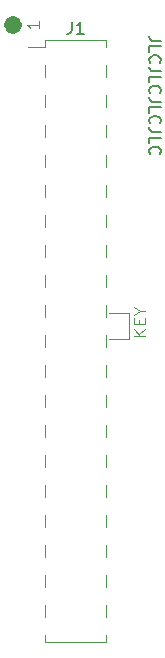
<source format=gbr>
%TF.GenerationSoftware,KiCad,Pcbnew,8.0.1*%
%TF.CreationDate,2024-07-14T19:31:33+02:00*%
%TF.ProjectId,IDE40-40,49444534-302d-4343-902e-6b696361645f,1*%
%TF.SameCoordinates,Original*%
%TF.FileFunction,Legend,Top*%
%TF.FilePolarity,Positive*%
%FSLAX46Y46*%
G04 Gerber Fmt 4.6, Leading zero omitted, Abs format (unit mm)*
G04 Created by KiCad (PCBNEW 8.0.1) date 2024-07-14 19:31:33*
%MOMM*%
%LPD*%
G01*
G04 APERTURE LIST*
%ADD10C,0.100000*%
%ADD11C,0.768420*%
%ADD12C,0.150000*%
%ADD13C,0.120000*%
G04 APERTURE END LIST*
D10*
X132872419Y-81946115D02*
X131872419Y-81946115D01*
X132872419Y-81374687D02*
X132300990Y-81803258D01*
X131872419Y-81374687D02*
X132443847Y-81946115D01*
X132348609Y-80946115D02*
X132348609Y-80612782D01*
X132872419Y-80469925D02*
X132872419Y-80946115D01*
X132872419Y-80946115D02*
X131872419Y-80946115D01*
X131872419Y-80946115D02*
X131872419Y-80469925D01*
X132396228Y-79850877D02*
X132872419Y-79850877D01*
X131872419Y-80184210D02*
X132396228Y-79850877D01*
X132396228Y-79850877D02*
X131872419Y-79517544D01*
X131500000Y-82250000D02*
X129750000Y-82250000D01*
X131500000Y-80000000D02*
X131500000Y-82250000D01*
X129750000Y-80000000D02*
X131500000Y-80000000D01*
D11*
X122050210Y-55626000D02*
G75*
G02*
X121281790Y-55626000I-384210J0D01*
G01*
X121281790Y-55626000D02*
G75*
G02*
X122050210Y-55626000I384210J0D01*
G01*
D10*
X123824419Y-55306306D02*
X123824419Y-55877734D01*
X123824419Y-55592020D02*
X122824419Y-55592020D01*
X122824419Y-55592020D02*
X122967276Y-55687258D01*
X122967276Y-55687258D02*
X123062514Y-55782496D01*
X123062514Y-55782496D02*
X123110133Y-55877734D01*
D12*
X134175380Y-56959693D02*
X133461095Y-56959693D01*
X133461095Y-56959693D02*
X133318238Y-56912074D01*
X133318238Y-56912074D02*
X133223000Y-56816836D01*
X133223000Y-56816836D02*
X133175380Y-56673979D01*
X133175380Y-56673979D02*
X133175380Y-56578741D01*
X133175380Y-57912074D02*
X133175380Y-57435884D01*
X133175380Y-57435884D02*
X134175380Y-57435884D01*
X133270619Y-58816836D02*
X133223000Y-58769217D01*
X133223000Y-58769217D02*
X133175380Y-58626360D01*
X133175380Y-58626360D02*
X133175380Y-58531122D01*
X133175380Y-58531122D02*
X133223000Y-58388265D01*
X133223000Y-58388265D02*
X133318238Y-58293027D01*
X133318238Y-58293027D02*
X133413476Y-58245408D01*
X133413476Y-58245408D02*
X133603952Y-58197789D01*
X133603952Y-58197789D02*
X133746809Y-58197789D01*
X133746809Y-58197789D02*
X133937285Y-58245408D01*
X133937285Y-58245408D02*
X134032523Y-58293027D01*
X134032523Y-58293027D02*
X134127761Y-58388265D01*
X134127761Y-58388265D02*
X134175380Y-58531122D01*
X134175380Y-58531122D02*
X134175380Y-58626360D01*
X134175380Y-58626360D02*
X134127761Y-58769217D01*
X134127761Y-58769217D02*
X134080142Y-58816836D01*
X134175380Y-59531122D02*
X133461095Y-59531122D01*
X133461095Y-59531122D02*
X133318238Y-59483503D01*
X133318238Y-59483503D02*
X133223000Y-59388265D01*
X133223000Y-59388265D02*
X133175380Y-59245408D01*
X133175380Y-59245408D02*
X133175380Y-59150170D01*
X133175380Y-60483503D02*
X133175380Y-60007313D01*
X133175380Y-60007313D02*
X134175380Y-60007313D01*
X133270619Y-61388265D02*
X133223000Y-61340646D01*
X133223000Y-61340646D02*
X133175380Y-61197789D01*
X133175380Y-61197789D02*
X133175380Y-61102551D01*
X133175380Y-61102551D02*
X133223000Y-60959694D01*
X133223000Y-60959694D02*
X133318238Y-60864456D01*
X133318238Y-60864456D02*
X133413476Y-60816837D01*
X133413476Y-60816837D02*
X133603952Y-60769218D01*
X133603952Y-60769218D02*
X133746809Y-60769218D01*
X133746809Y-60769218D02*
X133937285Y-60816837D01*
X133937285Y-60816837D02*
X134032523Y-60864456D01*
X134032523Y-60864456D02*
X134127761Y-60959694D01*
X134127761Y-60959694D02*
X134175380Y-61102551D01*
X134175380Y-61102551D02*
X134175380Y-61197789D01*
X134175380Y-61197789D02*
X134127761Y-61340646D01*
X134127761Y-61340646D02*
X134080142Y-61388265D01*
X134175380Y-62102551D02*
X133461095Y-62102551D01*
X133461095Y-62102551D02*
X133318238Y-62054932D01*
X133318238Y-62054932D02*
X133223000Y-61959694D01*
X133223000Y-61959694D02*
X133175380Y-61816837D01*
X133175380Y-61816837D02*
X133175380Y-61721599D01*
X133175380Y-63054932D02*
X133175380Y-62578742D01*
X133175380Y-62578742D02*
X134175380Y-62578742D01*
X133270619Y-63959694D02*
X133223000Y-63912075D01*
X133223000Y-63912075D02*
X133175380Y-63769218D01*
X133175380Y-63769218D02*
X133175380Y-63673980D01*
X133175380Y-63673980D02*
X133223000Y-63531123D01*
X133223000Y-63531123D02*
X133318238Y-63435885D01*
X133318238Y-63435885D02*
X133413476Y-63388266D01*
X133413476Y-63388266D02*
X133603952Y-63340647D01*
X133603952Y-63340647D02*
X133746809Y-63340647D01*
X133746809Y-63340647D02*
X133937285Y-63388266D01*
X133937285Y-63388266D02*
X134032523Y-63435885D01*
X134032523Y-63435885D02*
X134127761Y-63531123D01*
X134127761Y-63531123D02*
X134175380Y-63673980D01*
X134175380Y-63673980D02*
X134175380Y-63769218D01*
X134175380Y-63769218D02*
X134127761Y-63912075D01*
X134127761Y-63912075D02*
X134080142Y-63959694D01*
X134175380Y-64673980D02*
X133461095Y-64673980D01*
X133461095Y-64673980D02*
X133318238Y-64626361D01*
X133318238Y-64626361D02*
X133223000Y-64531123D01*
X133223000Y-64531123D02*
X133175380Y-64388266D01*
X133175380Y-64388266D02*
X133175380Y-64293028D01*
X133175380Y-65626361D02*
X133175380Y-65150171D01*
X133175380Y-65150171D02*
X134175380Y-65150171D01*
X133270619Y-66531123D02*
X133223000Y-66483504D01*
X133223000Y-66483504D02*
X133175380Y-66340647D01*
X133175380Y-66340647D02*
X133175380Y-66245409D01*
X133175380Y-66245409D02*
X133223000Y-66102552D01*
X133223000Y-66102552D02*
X133318238Y-66007314D01*
X133318238Y-66007314D02*
X133413476Y-65959695D01*
X133413476Y-65959695D02*
X133603952Y-65912076D01*
X133603952Y-65912076D02*
X133746809Y-65912076D01*
X133746809Y-65912076D02*
X133937285Y-65959695D01*
X133937285Y-65959695D02*
X134032523Y-66007314D01*
X134032523Y-66007314D02*
X134127761Y-66102552D01*
X134127761Y-66102552D02*
X134175380Y-66245409D01*
X134175380Y-66245409D02*
X134175380Y-66340647D01*
X134175380Y-66340647D02*
X134127761Y-66483504D01*
X134127761Y-66483504D02*
X134080142Y-66531123D01*
X126641666Y-55364819D02*
X126641666Y-56079104D01*
X126641666Y-56079104D02*
X126594047Y-56221961D01*
X126594047Y-56221961D02*
X126498809Y-56317200D01*
X126498809Y-56317200D02*
X126355952Y-56364819D01*
X126355952Y-56364819D02*
X126260714Y-56364819D01*
X127641666Y-56364819D02*
X127070238Y-56364819D01*
X127355952Y-56364819D02*
X127355952Y-55364819D01*
X127355952Y-55364819D02*
X127260714Y-55507676D01*
X127260714Y-55507676D02*
X127165476Y-55602914D01*
X127165476Y-55602914D02*
X127070238Y-55650533D01*
D13*
%TO.C,J1*%
X122935000Y-57480000D02*
X124375000Y-57480000D01*
X124375000Y-56910000D02*
X124375000Y-57480000D01*
X124375000Y-56910000D02*
X129575000Y-56910000D01*
X124375000Y-59000000D02*
X124375000Y-60020000D01*
X124375000Y-61540000D02*
X124375000Y-62560000D01*
X124375000Y-64080000D02*
X124375000Y-65100000D01*
X124375000Y-66620000D02*
X124375000Y-67640000D01*
X124375000Y-69160000D02*
X124375000Y-70180000D01*
X124375000Y-71700000D02*
X124375000Y-72720000D01*
X124375000Y-74240000D02*
X124375000Y-75260000D01*
X124375000Y-76780000D02*
X124375000Y-77800000D01*
X124375000Y-79320000D02*
X124375000Y-80340000D01*
X124375000Y-81860000D02*
X124375000Y-82880000D01*
X124375000Y-84400000D02*
X124375000Y-85420000D01*
X124375000Y-86940000D02*
X124375000Y-87960000D01*
X124375000Y-89480000D02*
X124375000Y-90500000D01*
X124375000Y-92020000D02*
X124375000Y-93040000D01*
X124375000Y-94560000D02*
X124375000Y-95580000D01*
X124375000Y-97100000D02*
X124375000Y-98120000D01*
X124375000Y-99640000D02*
X124375000Y-100660000D01*
X124375000Y-102180000D02*
X124375000Y-103200000D01*
X124375000Y-104720000D02*
X124375000Y-105740000D01*
X124375000Y-107260000D02*
X124375000Y-107830000D01*
X124375000Y-107830000D02*
X129575000Y-107830000D01*
X129575000Y-56910000D02*
X129575000Y-57480000D01*
X129575000Y-59000000D02*
X129575000Y-60020000D01*
X129575000Y-61540000D02*
X129575000Y-62560000D01*
X129575000Y-64080000D02*
X129575000Y-65100000D01*
X129575000Y-66620000D02*
X129575000Y-67640000D01*
X129575000Y-69160000D02*
X129575000Y-70180000D01*
X129575000Y-71700000D02*
X129575000Y-72720000D01*
X129575000Y-74240000D02*
X129575000Y-75260000D01*
X129575000Y-76780000D02*
X129575000Y-77800000D01*
X129575000Y-79320000D02*
X129575000Y-80340000D01*
X129575000Y-81860000D02*
X129575000Y-82880000D01*
X129575000Y-84400000D02*
X129575000Y-85420000D01*
X129575000Y-86940000D02*
X129575000Y-87960000D01*
X129575000Y-89480000D02*
X129575000Y-90500000D01*
X129575000Y-92020000D02*
X129575000Y-93040000D01*
X129575000Y-94560000D02*
X129575000Y-95580000D01*
X129575000Y-97100000D02*
X129575000Y-98120000D01*
X129575000Y-99640000D02*
X129575000Y-100660000D01*
X129575000Y-102180000D02*
X129575000Y-103200000D01*
X129575000Y-104720000D02*
X129575000Y-105740000D01*
X129575000Y-107260000D02*
X129575000Y-107830000D01*
%TD*%
M02*

</source>
